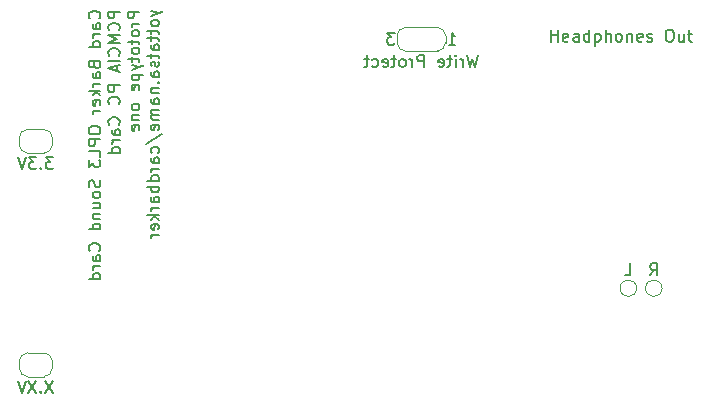
<source format=gbr>
G04 #@! TF.GenerationSoftware,KiCad,Pcbnew,(5.1.10)-1*
G04 #@! TF.CreationDate,2021-11-29T12:29:17+00:00*
G04 #@! TF.ProjectId,pc_card_sound_barker,70635f63-6172-4645-9f73-6f756e645f62,rev?*
G04 #@! TF.SameCoordinates,Original*
G04 #@! TF.FileFunction,Legend,Bot*
G04 #@! TF.FilePolarity,Positive*
%FSLAX46Y46*%
G04 Gerber Fmt 4.6, Leading zero omitted, Abs format (unit mm)*
G04 Created by KiCad (PCBNEW (5.1.10)-1) date 2021-11-29 12:29:17*
%MOMM*%
%LPD*%
G01*
G04 APERTURE LIST*
%ADD10C,0.150000*%
%ADD11C,0.120000*%
G04 APERTURE END LIST*
D10*
X111801142Y-60216023D02*
X111848761Y-60168404D01*
X111896380Y-60025547D01*
X111896380Y-59930309D01*
X111848761Y-59787452D01*
X111753523Y-59692214D01*
X111658285Y-59644595D01*
X111467809Y-59596976D01*
X111324952Y-59596976D01*
X111134476Y-59644595D01*
X111039238Y-59692214D01*
X110944000Y-59787452D01*
X110896380Y-59930309D01*
X110896380Y-60025547D01*
X110944000Y-60168404D01*
X110991619Y-60216023D01*
X111896380Y-61073166D02*
X111372571Y-61073166D01*
X111277333Y-61025547D01*
X111229714Y-60930309D01*
X111229714Y-60739833D01*
X111277333Y-60644595D01*
X111848761Y-61073166D02*
X111896380Y-60977928D01*
X111896380Y-60739833D01*
X111848761Y-60644595D01*
X111753523Y-60596976D01*
X111658285Y-60596976D01*
X111563047Y-60644595D01*
X111515428Y-60739833D01*
X111515428Y-60977928D01*
X111467809Y-61073166D01*
X111896380Y-61549357D02*
X111229714Y-61549357D01*
X111420190Y-61549357D02*
X111324952Y-61596976D01*
X111277333Y-61644595D01*
X111229714Y-61739833D01*
X111229714Y-61835071D01*
X111896380Y-62596976D02*
X110896380Y-62596976D01*
X111848761Y-62596976D02*
X111896380Y-62501738D01*
X111896380Y-62311261D01*
X111848761Y-62216023D01*
X111801142Y-62168404D01*
X111705904Y-62120785D01*
X111420190Y-62120785D01*
X111324952Y-62168404D01*
X111277333Y-62216023D01*
X111229714Y-62311261D01*
X111229714Y-62501738D01*
X111277333Y-62596976D01*
X111372571Y-64168404D02*
X111420190Y-64311261D01*
X111467809Y-64358880D01*
X111563047Y-64406499D01*
X111705904Y-64406499D01*
X111801142Y-64358880D01*
X111848761Y-64311261D01*
X111896380Y-64216023D01*
X111896380Y-63835071D01*
X110896380Y-63835071D01*
X110896380Y-64168404D01*
X110944000Y-64263642D01*
X110991619Y-64311261D01*
X111086857Y-64358880D01*
X111182095Y-64358880D01*
X111277333Y-64311261D01*
X111324952Y-64263642D01*
X111372571Y-64168404D01*
X111372571Y-63835071D01*
X111896380Y-65263642D02*
X111372571Y-65263642D01*
X111277333Y-65216023D01*
X111229714Y-65120785D01*
X111229714Y-64930309D01*
X111277333Y-64835071D01*
X111848761Y-65263642D02*
X111896380Y-65168404D01*
X111896380Y-64930309D01*
X111848761Y-64835071D01*
X111753523Y-64787452D01*
X111658285Y-64787452D01*
X111563047Y-64835071D01*
X111515428Y-64930309D01*
X111515428Y-65168404D01*
X111467809Y-65263642D01*
X111896380Y-65739833D02*
X111229714Y-65739833D01*
X111420190Y-65739833D02*
X111324952Y-65787452D01*
X111277333Y-65835071D01*
X111229714Y-65930309D01*
X111229714Y-66025547D01*
X111896380Y-66358880D02*
X110896380Y-66358880D01*
X111515428Y-66454119D02*
X111896380Y-66739833D01*
X111229714Y-66739833D02*
X111610666Y-66358880D01*
X111848761Y-67549357D02*
X111896380Y-67454119D01*
X111896380Y-67263642D01*
X111848761Y-67168404D01*
X111753523Y-67120785D01*
X111372571Y-67120785D01*
X111277333Y-67168404D01*
X111229714Y-67263642D01*
X111229714Y-67454119D01*
X111277333Y-67549357D01*
X111372571Y-67596976D01*
X111467809Y-67596976D01*
X111563047Y-67120785D01*
X111896380Y-68025547D02*
X111229714Y-68025547D01*
X111420190Y-68025547D02*
X111324952Y-68073166D01*
X111277333Y-68120785D01*
X111229714Y-68216023D01*
X111229714Y-68311261D01*
X110896380Y-69596976D02*
X110896380Y-69787452D01*
X110944000Y-69882690D01*
X111039238Y-69977928D01*
X111229714Y-70025547D01*
X111563047Y-70025547D01*
X111753523Y-69977928D01*
X111848761Y-69882690D01*
X111896380Y-69787452D01*
X111896380Y-69596976D01*
X111848761Y-69501738D01*
X111753523Y-69406499D01*
X111563047Y-69358880D01*
X111229714Y-69358880D01*
X111039238Y-69406499D01*
X110944000Y-69501738D01*
X110896380Y-69596976D01*
X111896380Y-70454119D02*
X110896380Y-70454119D01*
X110896380Y-70835071D01*
X110944000Y-70930309D01*
X110991619Y-70977928D01*
X111086857Y-71025547D01*
X111229714Y-71025547D01*
X111324952Y-70977928D01*
X111372571Y-70930309D01*
X111420190Y-70835071D01*
X111420190Y-70454119D01*
X111896380Y-71930309D02*
X111896380Y-71454119D01*
X110896380Y-71454119D01*
X110896380Y-72168404D02*
X110896380Y-72787452D01*
X111277333Y-72454119D01*
X111277333Y-72596976D01*
X111324952Y-72692214D01*
X111372571Y-72739833D01*
X111467809Y-72787452D01*
X111705904Y-72787452D01*
X111801142Y-72739833D01*
X111848761Y-72692214D01*
X111896380Y-72596976D01*
X111896380Y-72311261D01*
X111848761Y-72216023D01*
X111801142Y-72168404D01*
X111848761Y-73930309D02*
X111896380Y-74073166D01*
X111896380Y-74311261D01*
X111848761Y-74406499D01*
X111801142Y-74454119D01*
X111705904Y-74501738D01*
X111610666Y-74501738D01*
X111515428Y-74454119D01*
X111467809Y-74406499D01*
X111420190Y-74311261D01*
X111372571Y-74120785D01*
X111324952Y-74025547D01*
X111277333Y-73977928D01*
X111182095Y-73930309D01*
X111086857Y-73930309D01*
X110991619Y-73977928D01*
X110944000Y-74025547D01*
X110896380Y-74120785D01*
X110896380Y-74358880D01*
X110944000Y-74501738D01*
X111896380Y-75073166D02*
X111848761Y-74977928D01*
X111801142Y-74930309D01*
X111705904Y-74882690D01*
X111420190Y-74882690D01*
X111324952Y-74930309D01*
X111277333Y-74977928D01*
X111229714Y-75073166D01*
X111229714Y-75216023D01*
X111277333Y-75311261D01*
X111324952Y-75358880D01*
X111420190Y-75406499D01*
X111705904Y-75406499D01*
X111801142Y-75358880D01*
X111848761Y-75311261D01*
X111896380Y-75216023D01*
X111896380Y-75073166D01*
X111229714Y-76263642D02*
X111896380Y-76263642D01*
X111229714Y-75835071D02*
X111753523Y-75835071D01*
X111848761Y-75882690D01*
X111896380Y-75977928D01*
X111896380Y-76120785D01*
X111848761Y-76216023D01*
X111801142Y-76263642D01*
X111229714Y-76739833D02*
X111896380Y-76739833D01*
X111324952Y-76739833D02*
X111277333Y-76787452D01*
X111229714Y-76882690D01*
X111229714Y-77025547D01*
X111277333Y-77120785D01*
X111372571Y-77168404D01*
X111896380Y-77168404D01*
X111896380Y-78073166D02*
X110896380Y-78073166D01*
X111848761Y-78073166D02*
X111896380Y-77977928D01*
X111896380Y-77787452D01*
X111848761Y-77692214D01*
X111801142Y-77644595D01*
X111705904Y-77596976D01*
X111420190Y-77596976D01*
X111324952Y-77644595D01*
X111277333Y-77692214D01*
X111229714Y-77787452D01*
X111229714Y-77977928D01*
X111277333Y-78073166D01*
X111801142Y-79882690D02*
X111848761Y-79835071D01*
X111896380Y-79692214D01*
X111896380Y-79596976D01*
X111848761Y-79454119D01*
X111753523Y-79358880D01*
X111658285Y-79311261D01*
X111467809Y-79263642D01*
X111324952Y-79263642D01*
X111134476Y-79311261D01*
X111039238Y-79358880D01*
X110944000Y-79454119D01*
X110896380Y-79596976D01*
X110896380Y-79692214D01*
X110944000Y-79835071D01*
X110991619Y-79882690D01*
X111896380Y-80739833D02*
X111372571Y-80739833D01*
X111277333Y-80692214D01*
X111229714Y-80596976D01*
X111229714Y-80406499D01*
X111277333Y-80311261D01*
X111848761Y-80739833D02*
X111896380Y-80644595D01*
X111896380Y-80406499D01*
X111848761Y-80311261D01*
X111753523Y-80263642D01*
X111658285Y-80263642D01*
X111563047Y-80311261D01*
X111515428Y-80406499D01*
X111515428Y-80644595D01*
X111467809Y-80739833D01*
X111896380Y-81216023D02*
X111229714Y-81216023D01*
X111420190Y-81216023D02*
X111324952Y-81263642D01*
X111277333Y-81311261D01*
X111229714Y-81406499D01*
X111229714Y-81501738D01*
X111896380Y-82263642D02*
X110896380Y-82263642D01*
X111848761Y-82263642D02*
X111896380Y-82168404D01*
X111896380Y-81977928D01*
X111848761Y-81882690D01*
X111801142Y-81835071D01*
X111705904Y-81787452D01*
X111420190Y-81787452D01*
X111324952Y-81835071D01*
X111277333Y-81882690D01*
X111229714Y-81977928D01*
X111229714Y-82168404D01*
X111277333Y-82263642D01*
X113546380Y-59644595D02*
X112546380Y-59644595D01*
X112546380Y-60025547D01*
X112594000Y-60120785D01*
X112641619Y-60168404D01*
X112736857Y-60216023D01*
X112879714Y-60216023D01*
X112974952Y-60168404D01*
X113022571Y-60120785D01*
X113070190Y-60025547D01*
X113070190Y-59644595D01*
X113451142Y-61216023D02*
X113498761Y-61168404D01*
X113546380Y-61025547D01*
X113546380Y-60930309D01*
X113498761Y-60787452D01*
X113403523Y-60692214D01*
X113308285Y-60644595D01*
X113117809Y-60596976D01*
X112974952Y-60596976D01*
X112784476Y-60644595D01*
X112689238Y-60692214D01*
X112594000Y-60787452D01*
X112546380Y-60930309D01*
X112546380Y-61025547D01*
X112594000Y-61168404D01*
X112641619Y-61216023D01*
X113546380Y-61644595D02*
X112546380Y-61644595D01*
X113260666Y-61977928D01*
X112546380Y-62311261D01*
X113546380Y-62311261D01*
X113451142Y-63358880D02*
X113498761Y-63311261D01*
X113546380Y-63168404D01*
X113546380Y-63073166D01*
X113498761Y-62930309D01*
X113403523Y-62835071D01*
X113308285Y-62787452D01*
X113117809Y-62739833D01*
X112974952Y-62739833D01*
X112784476Y-62787452D01*
X112689238Y-62835071D01*
X112594000Y-62930309D01*
X112546380Y-63073166D01*
X112546380Y-63168404D01*
X112594000Y-63311261D01*
X112641619Y-63358880D01*
X113546380Y-63787452D02*
X112546380Y-63787452D01*
X113260666Y-64216023D02*
X113260666Y-64692214D01*
X113546380Y-64120785D02*
X112546380Y-64454119D01*
X113546380Y-64787452D01*
X113546380Y-65882690D02*
X112546380Y-65882690D01*
X112546380Y-66263642D01*
X112594000Y-66358880D01*
X112641619Y-66406500D01*
X112736857Y-66454119D01*
X112879714Y-66454119D01*
X112974952Y-66406500D01*
X113022571Y-66358880D01*
X113070190Y-66263642D01*
X113070190Y-65882690D01*
X113451142Y-67454119D02*
X113498761Y-67406500D01*
X113546380Y-67263642D01*
X113546380Y-67168404D01*
X113498761Y-67025547D01*
X113403523Y-66930309D01*
X113308285Y-66882690D01*
X113117809Y-66835071D01*
X112974952Y-66835071D01*
X112784476Y-66882690D01*
X112689238Y-66930309D01*
X112594000Y-67025547D01*
X112546380Y-67168404D01*
X112546380Y-67263642D01*
X112594000Y-67406500D01*
X112641619Y-67454119D01*
X113451142Y-69216023D02*
X113498761Y-69168404D01*
X113546380Y-69025547D01*
X113546380Y-68930309D01*
X113498761Y-68787452D01*
X113403523Y-68692214D01*
X113308285Y-68644595D01*
X113117809Y-68596976D01*
X112974952Y-68596976D01*
X112784476Y-68644595D01*
X112689238Y-68692214D01*
X112594000Y-68787452D01*
X112546380Y-68930309D01*
X112546380Y-69025547D01*
X112594000Y-69168404D01*
X112641619Y-69216023D01*
X113546380Y-70073166D02*
X113022571Y-70073166D01*
X112927333Y-70025547D01*
X112879714Y-69930309D01*
X112879714Y-69739833D01*
X112927333Y-69644595D01*
X113498761Y-70073166D02*
X113546380Y-69977928D01*
X113546380Y-69739833D01*
X113498761Y-69644595D01*
X113403523Y-69596976D01*
X113308285Y-69596976D01*
X113213047Y-69644595D01*
X113165428Y-69739833D01*
X113165428Y-69977928D01*
X113117809Y-70073166D01*
X113546380Y-70549357D02*
X112879714Y-70549357D01*
X113070190Y-70549357D02*
X112974952Y-70596976D01*
X112927333Y-70644595D01*
X112879714Y-70739833D01*
X112879714Y-70835071D01*
X113546380Y-71596976D02*
X112546380Y-71596976D01*
X113498761Y-71596976D02*
X113546380Y-71501738D01*
X113546380Y-71311261D01*
X113498761Y-71216023D01*
X113451142Y-71168404D01*
X113355904Y-71120785D01*
X113070190Y-71120785D01*
X112974952Y-71168404D01*
X112927333Y-71216023D01*
X112879714Y-71311261D01*
X112879714Y-71501738D01*
X112927333Y-71596976D01*
X115196380Y-59644595D02*
X114196380Y-59644595D01*
X114196380Y-60025547D01*
X114244000Y-60120785D01*
X114291619Y-60168404D01*
X114386857Y-60216023D01*
X114529714Y-60216023D01*
X114624952Y-60168404D01*
X114672571Y-60120785D01*
X114720190Y-60025547D01*
X114720190Y-59644595D01*
X115196380Y-60644595D02*
X114529714Y-60644595D01*
X114720190Y-60644595D02*
X114624952Y-60692214D01*
X114577333Y-60739833D01*
X114529714Y-60835071D01*
X114529714Y-60930309D01*
X115196380Y-61406500D02*
X115148761Y-61311261D01*
X115101142Y-61263642D01*
X115005904Y-61216023D01*
X114720190Y-61216023D01*
X114624952Y-61263642D01*
X114577333Y-61311261D01*
X114529714Y-61406500D01*
X114529714Y-61549357D01*
X114577333Y-61644595D01*
X114624952Y-61692214D01*
X114720190Y-61739833D01*
X115005904Y-61739833D01*
X115101142Y-61692214D01*
X115148761Y-61644595D01*
X115196380Y-61549357D01*
X115196380Y-61406500D01*
X114529714Y-62025547D02*
X114529714Y-62406500D01*
X114196380Y-62168404D02*
X115053523Y-62168404D01*
X115148761Y-62216023D01*
X115196380Y-62311261D01*
X115196380Y-62406500D01*
X115196380Y-62882690D02*
X115148761Y-62787452D01*
X115101142Y-62739833D01*
X115005904Y-62692214D01*
X114720190Y-62692214D01*
X114624952Y-62739833D01*
X114577333Y-62787452D01*
X114529714Y-62882690D01*
X114529714Y-63025547D01*
X114577333Y-63120785D01*
X114624952Y-63168404D01*
X114720190Y-63216023D01*
X115005904Y-63216023D01*
X115101142Y-63168404D01*
X115148761Y-63120785D01*
X115196380Y-63025547D01*
X115196380Y-62882690D01*
X114529714Y-63501738D02*
X114529714Y-63882690D01*
X114196380Y-63644595D02*
X115053523Y-63644595D01*
X115148761Y-63692214D01*
X115196380Y-63787452D01*
X115196380Y-63882690D01*
X114529714Y-64120785D02*
X115196380Y-64358880D01*
X114529714Y-64596976D02*
X115196380Y-64358880D01*
X115434476Y-64263642D01*
X115482095Y-64216023D01*
X115529714Y-64120785D01*
X114529714Y-64977928D02*
X115529714Y-64977928D01*
X114577333Y-64977928D02*
X114529714Y-65073166D01*
X114529714Y-65263642D01*
X114577333Y-65358880D01*
X114624952Y-65406500D01*
X114720190Y-65454119D01*
X115005904Y-65454119D01*
X115101142Y-65406500D01*
X115148761Y-65358880D01*
X115196380Y-65263642D01*
X115196380Y-65073166D01*
X115148761Y-64977928D01*
X115148761Y-66263642D02*
X115196380Y-66168404D01*
X115196380Y-65977928D01*
X115148761Y-65882690D01*
X115053523Y-65835071D01*
X114672571Y-65835071D01*
X114577333Y-65882690D01*
X114529714Y-65977928D01*
X114529714Y-66168404D01*
X114577333Y-66263642D01*
X114672571Y-66311261D01*
X114767809Y-66311261D01*
X114863047Y-65835071D01*
X115196380Y-67644595D02*
X115148761Y-67549357D01*
X115101142Y-67501738D01*
X115005904Y-67454119D01*
X114720190Y-67454119D01*
X114624952Y-67501738D01*
X114577333Y-67549357D01*
X114529714Y-67644595D01*
X114529714Y-67787452D01*
X114577333Y-67882690D01*
X114624952Y-67930309D01*
X114720190Y-67977928D01*
X115005904Y-67977928D01*
X115101142Y-67930309D01*
X115148761Y-67882690D01*
X115196380Y-67787452D01*
X115196380Y-67644595D01*
X114529714Y-68406500D02*
X115196380Y-68406500D01*
X114624952Y-68406500D02*
X114577333Y-68454119D01*
X114529714Y-68549357D01*
X114529714Y-68692214D01*
X114577333Y-68787452D01*
X114672571Y-68835071D01*
X115196380Y-68835071D01*
X115148761Y-69692214D02*
X115196380Y-69596976D01*
X115196380Y-69406500D01*
X115148761Y-69311261D01*
X115053523Y-69263642D01*
X114672571Y-69263642D01*
X114577333Y-69311261D01*
X114529714Y-69406500D01*
X114529714Y-69596976D01*
X114577333Y-69692214D01*
X114672571Y-69739833D01*
X114767809Y-69739833D01*
X114863047Y-69263642D01*
X116179714Y-59549357D02*
X116846380Y-59787452D01*
X116179714Y-60025547D02*
X116846380Y-59787452D01*
X117084476Y-59692214D01*
X117132095Y-59644595D01*
X117179714Y-59549357D01*
X116846380Y-60549357D02*
X116798761Y-60454119D01*
X116751142Y-60406500D01*
X116655904Y-60358880D01*
X116370190Y-60358880D01*
X116274952Y-60406500D01*
X116227333Y-60454119D01*
X116179714Y-60549357D01*
X116179714Y-60692214D01*
X116227333Y-60787452D01*
X116274952Y-60835071D01*
X116370190Y-60882690D01*
X116655904Y-60882690D01*
X116751142Y-60835071D01*
X116798761Y-60787452D01*
X116846380Y-60692214D01*
X116846380Y-60549357D01*
X116179714Y-61168404D02*
X116179714Y-61549357D01*
X115846380Y-61311261D02*
X116703523Y-61311261D01*
X116798761Y-61358880D01*
X116846380Y-61454119D01*
X116846380Y-61549357D01*
X116179714Y-61739833D02*
X116179714Y-62120785D01*
X115846380Y-61882690D02*
X116703523Y-61882690D01*
X116798761Y-61930309D01*
X116846380Y-62025547D01*
X116846380Y-62120785D01*
X116846380Y-62882690D02*
X116322571Y-62882690D01*
X116227333Y-62835071D01*
X116179714Y-62739833D01*
X116179714Y-62549357D01*
X116227333Y-62454119D01*
X116798761Y-62882690D02*
X116846380Y-62787452D01*
X116846380Y-62549357D01*
X116798761Y-62454119D01*
X116703523Y-62406499D01*
X116608285Y-62406499D01*
X116513047Y-62454119D01*
X116465428Y-62549357D01*
X116465428Y-62787452D01*
X116417809Y-62882690D01*
X116179714Y-63216023D02*
X116179714Y-63596976D01*
X115846380Y-63358880D02*
X116703523Y-63358880D01*
X116798761Y-63406499D01*
X116846380Y-63501738D01*
X116846380Y-63596976D01*
X116798761Y-63882690D02*
X116846380Y-63977928D01*
X116846380Y-64168404D01*
X116798761Y-64263642D01*
X116703523Y-64311261D01*
X116655904Y-64311261D01*
X116560666Y-64263642D01*
X116513047Y-64168404D01*
X116513047Y-64025547D01*
X116465428Y-63930309D01*
X116370190Y-63882690D01*
X116322571Y-63882690D01*
X116227333Y-63930309D01*
X116179714Y-64025547D01*
X116179714Y-64168404D01*
X116227333Y-64263642D01*
X116846380Y-65168404D02*
X116322571Y-65168404D01*
X116227333Y-65120785D01*
X116179714Y-65025547D01*
X116179714Y-64835071D01*
X116227333Y-64739833D01*
X116798761Y-65168404D02*
X116846380Y-65073166D01*
X116846380Y-64835071D01*
X116798761Y-64739833D01*
X116703523Y-64692214D01*
X116608285Y-64692214D01*
X116513047Y-64739833D01*
X116465428Y-64835071D01*
X116465428Y-65073166D01*
X116417809Y-65168404D01*
X116751142Y-65644595D02*
X116798761Y-65692214D01*
X116846380Y-65644595D01*
X116798761Y-65596976D01*
X116751142Y-65644595D01*
X116846380Y-65644595D01*
X116179714Y-66120785D02*
X116846380Y-66120785D01*
X116274952Y-66120785D02*
X116227333Y-66168404D01*
X116179714Y-66263642D01*
X116179714Y-66406499D01*
X116227333Y-66501738D01*
X116322571Y-66549357D01*
X116846380Y-66549357D01*
X116846380Y-67454119D02*
X116322571Y-67454119D01*
X116227333Y-67406499D01*
X116179714Y-67311261D01*
X116179714Y-67120785D01*
X116227333Y-67025547D01*
X116798761Y-67454119D02*
X116846380Y-67358880D01*
X116846380Y-67120785D01*
X116798761Y-67025547D01*
X116703523Y-66977928D01*
X116608285Y-66977928D01*
X116513047Y-67025547D01*
X116465428Y-67120785D01*
X116465428Y-67358880D01*
X116417809Y-67454119D01*
X116846380Y-67930309D02*
X116179714Y-67930309D01*
X116274952Y-67930309D02*
X116227333Y-67977928D01*
X116179714Y-68073166D01*
X116179714Y-68216023D01*
X116227333Y-68311261D01*
X116322571Y-68358880D01*
X116846380Y-68358880D01*
X116322571Y-68358880D02*
X116227333Y-68406499D01*
X116179714Y-68501738D01*
X116179714Y-68644595D01*
X116227333Y-68739833D01*
X116322571Y-68787452D01*
X116846380Y-68787452D01*
X116798761Y-69644595D02*
X116846380Y-69549357D01*
X116846380Y-69358880D01*
X116798761Y-69263642D01*
X116703523Y-69216023D01*
X116322571Y-69216023D01*
X116227333Y-69263642D01*
X116179714Y-69358880D01*
X116179714Y-69549357D01*
X116227333Y-69644595D01*
X116322571Y-69692214D01*
X116417809Y-69692214D01*
X116513047Y-69216023D01*
X115798761Y-70835071D02*
X117084476Y-69977928D01*
X116798761Y-71596976D02*
X116846380Y-71501738D01*
X116846380Y-71311261D01*
X116798761Y-71216023D01*
X116751142Y-71168404D01*
X116655904Y-71120785D01*
X116370190Y-71120785D01*
X116274952Y-71168404D01*
X116227333Y-71216023D01*
X116179714Y-71311261D01*
X116179714Y-71501738D01*
X116227333Y-71596976D01*
X116846380Y-72454119D02*
X116322571Y-72454119D01*
X116227333Y-72406499D01*
X116179714Y-72311261D01*
X116179714Y-72120785D01*
X116227333Y-72025547D01*
X116798761Y-72454119D02*
X116846380Y-72358880D01*
X116846380Y-72120785D01*
X116798761Y-72025547D01*
X116703523Y-71977928D01*
X116608285Y-71977928D01*
X116513047Y-72025547D01*
X116465428Y-72120785D01*
X116465428Y-72358880D01*
X116417809Y-72454119D01*
X116846380Y-72930309D02*
X116179714Y-72930309D01*
X116370190Y-72930309D02*
X116274952Y-72977928D01*
X116227333Y-73025547D01*
X116179714Y-73120785D01*
X116179714Y-73216023D01*
X116846380Y-73977928D02*
X115846380Y-73977928D01*
X116798761Y-73977928D02*
X116846380Y-73882690D01*
X116846380Y-73692214D01*
X116798761Y-73596976D01*
X116751142Y-73549357D01*
X116655904Y-73501738D01*
X116370190Y-73501738D01*
X116274952Y-73549357D01*
X116227333Y-73596976D01*
X116179714Y-73692214D01*
X116179714Y-73882690D01*
X116227333Y-73977928D01*
X116846380Y-74454119D02*
X115846380Y-74454119D01*
X116227333Y-74454119D02*
X116179714Y-74549357D01*
X116179714Y-74739833D01*
X116227333Y-74835071D01*
X116274952Y-74882690D01*
X116370190Y-74930309D01*
X116655904Y-74930309D01*
X116751142Y-74882690D01*
X116798761Y-74835071D01*
X116846380Y-74739833D01*
X116846380Y-74549357D01*
X116798761Y-74454119D01*
X116846380Y-75787452D02*
X116322571Y-75787452D01*
X116227333Y-75739833D01*
X116179714Y-75644595D01*
X116179714Y-75454119D01*
X116227333Y-75358880D01*
X116798761Y-75787452D02*
X116846380Y-75692214D01*
X116846380Y-75454119D01*
X116798761Y-75358880D01*
X116703523Y-75311261D01*
X116608285Y-75311261D01*
X116513047Y-75358880D01*
X116465428Y-75454119D01*
X116465428Y-75692214D01*
X116417809Y-75787452D01*
X116846380Y-76263642D02*
X116179714Y-76263642D01*
X116370190Y-76263642D02*
X116274952Y-76311261D01*
X116227333Y-76358880D01*
X116179714Y-76454119D01*
X116179714Y-76549357D01*
X116846380Y-76882690D02*
X115846380Y-76882690D01*
X116465428Y-76977928D02*
X116846380Y-77263642D01*
X116179714Y-77263642D02*
X116560666Y-76882690D01*
X116798761Y-78073166D02*
X116846380Y-77977928D01*
X116846380Y-77787452D01*
X116798761Y-77692214D01*
X116703523Y-77644595D01*
X116322571Y-77644595D01*
X116227333Y-77692214D01*
X116179714Y-77787452D01*
X116179714Y-77977928D01*
X116227333Y-78073166D01*
X116322571Y-78120785D01*
X116417809Y-78120785D01*
X116513047Y-77644595D01*
X116846380Y-78549357D02*
X116179714Y-78549357D01*
X116370190Y-78549357D02*
X116274952Y-78596976D01*
X116227333Y-78644595D01*
X116179714Y-78739833D01*
X116179714Y-78835071D01*
D11*
G04 #@! TO.C,JP3*
X141115000Y-62276000D02*
X141115000Y-61676000D01*
X137665000Y-62976000D02*
X140465000Y-62976000D01*
X137015000Y-61676000D02*
X137015000Y-62276000D01*
X140465000Y-60976000D02*
X137665000Y-60976000D01*
X141115000Y-61676000D02*
G75*
G03*
X140415000Y-60976000I-700000J0D01*
G01*
X140415000Y-62976000D02*
G75*
G03*
X141115000Y-62276000I0J700000D01*
G01*
X137015000Y-62276000D02*
G75*
G03*
X137715000Y-62976000I700000J0D01*
G01*
X137715000Y-60976000D02*
G75*
G03*
X137015000Y-61676000I0J-700000D01*
G01*
G04 #@! TO.C,JP1*
X107826000Y-70912000D02*
X107826000Y-70312000D01*
X105726000Y-71612000D02*
X107126000Y-71612000D01*
X105026000Y-70312000D02*
X105026000Y-70912000D01*
X107126000Y-69612000D02*
X105726000Y-69612000D01*
X107826000Y-70312000D02*
G75*
G03*
X107126000Y-69612000I-700000J0D01*
G01*
X107126000Y-71612000D02*
G75*
G03*
X107826000Y-70912000I0J700000D01*
G01*
X105026000Y-70912000D02*
G75*
G03*
X105726000Y-71612000I700000J0D01*
G01*
X105726000Y-69612000D02*
G75*
G03*
X105026000Y-70312000I0J-700000D01*
G01*
G04 #@! TO.C,TP2*
X157291000Y-83058000D02*
G75*
G03*
X157291000Y-83058000I-700000J0D01*
G01*
G04 #@! TO.C,TP1*
X159450000Y-83058000D02*
G75*
G03*
X159450000Y-83058000I-700000J0D01*
G01*
G04 #@! TO.C,JP2*
X107826000Y-89835000D02*
X107826000Y-89235000D01*
X105726000Y-90535000D02*
X107126000Y-90535000D01*
X105026000Y-89235000D02*
X105026000Y-89835000D01*
X107126000Y-88535000D02*
X105726000Y-88535000D01*
X107826000Y-89235000D02*
G75*
G03*
X107126000Y-88535000I-700000J0D01*
G01*
X107126000Y-90535000D02*
G75*
G03*
X107826000Y-89835000I0J700000D01*
G01*
X105026000Y-89835000D02*
G75*
G03*
X105726000Y-90535000I700000J0D01*
G01*
X105726000Y-88535000D02*
G75*
G03*
X105026000Y-89235000I0J-700000D01*
G01*
G04 #@! TO.C,JP3*
D10*
X143826904Y-63328380D02*
X143588809Y-64328380D01*
X143398333Y-63614095D01*
X143207857Y-64328380D01*
X142969761Y-63328380D01*
X142588809Y-64328380D02*
X142588809Y-63661714D01*
X142588809Y-63852190D02*
X142541190Y-63756952D01*
X142493571Y-63709333D01*
X142398333Y-63661714D01*
X142303095Y-63661714D01*
X141969761Y-64328380D02*
X141969761Y-63661714D01*
X141969761Y-63328380D02*
X142017380Y-63376000D01*
X141969761Y-63423619D01*
X141922142Y-63376000D01*
X141969761Y-63328380D01*
X141969761Y-63423619D01*
X141636428Y-63661714D02*
X141255476Y-63661714D01*
X141493571Y-63328380D02*
X141493571Y-64185523D01*
X141445952Y-64280761D01*
X141350714Y-64328380D01*
X141255476Y-64328380D01*
X140541190Y-64280761D02*
X140636428Y-64328380D01*
X140826904Y-64328380D01*
X140922142Y-64280761D01*
X140969761Y-64185523D01*
X140969761Y-63804571D01*
X140922142Y-63709333D01*
X140826904Y-63661714D01*
X140636428Y-63661714D01*
X140541190Y-63709333D01*
X140493571Y-63804571D01*
X140493571Y-63899809D01*
X140969761Y-63995047D01*
X139303095Y-64328380D02*
X139303095Y-63328380D01*
X138922142Y-63328380D01*
X138826904Y-63376000D01*
X138779285Y-63423619D01*
X138731666Y-63518857D01*
X138731666Y-63661714D01*
X138779285Y-63756952D01*
X138826904Y-63804571D01*
X138922142Y-63852190D01*
X139303095Y-63852190D01*
X138303095Y-64328380D02*
X138303095Y-63661714D01*
X138303095Y-63852190D02*
X138255476Y-63756952D01*
X138207857Y-63709333D01*
X138112619Y-63661714D01*
X138017380Y-63661714D01*
X137541190Y-64328380D02*
X137636428Y-64280761D01*
X137684047Y-64233142D01*
X137731666Y-64137904D01*
X137731666Y-63852190D01*
X137684047Y-63756952D01*
X137636428Y-63709333D01*
X137541190Y-63661714D01*
X137398333Y-63661714D01*
X137303095Y-63709333D01*
X137255476Y-63756952D01*
X137207857Y-63852190D01*
X137207857Y-64137904D01*
X137255476Y-64233142D01*
X137303095Y-64280761D01*
X137398333Y-64328380D01*
X137541190Y-64328380D01*
X136922142Y-63661714D02*
X136541190Y-63661714D01*
X136779285Y-63328380D02*
X136779285Y-64185523D01*
X136731666Y-64280761D01*
X136636428Y-64328380D01*
X136541190Y-64328380D01*
X135826904Y-64280761D02*
X135922142Y-64328380D01*
X136112619Y-64328380D01*
X136207857Y-64280761D01*
X136255476Y-64185523D01*
X136255476Y-63804571D01*
X136207857Y-63709333D01*
X136112619Y-63661714D01*
X135922142Y-63661714D01*
X135826904Y-63709333D01*
X135779285Y-63804571D01*
X135779285Y-63899809D01*
X136255476Y-63995047D01*
X134922142Y-64280761D02*
X135017380Y-64328380D01*
X135207857Y-64328380D01*
X135303095Y-64280761D01*
X135350714Y-64233142D01*
X135398333Y-64137904D01*
X135398333Y-63852190D01*
X135350714Y-63756952D01*
X135303095Y-63709333D01*
X135207857Y-63661714D01*
X135017380Y-63661714D01*
X134922142Y-63709333D01*
X134636428Y-63661714D02*
X134255476Y-63661714D01*
X134493571Y-63328380D02*
X134493571Y-64185523D01*
X134445952Y-64280761D01*
X134350714Y-64328380D01*
X134255476Y-64328380D01*
X141379285Y-62428380D02*
X141950714Y-62428380D01*
X141665000Y-62428380D02*
X141665000Y-61428380D01*
X141760238Y-61571238D01*
X141855476Y-61666476D01*
X141950714Y-61714095D01*
X136798333Y-61428380D02*
X136179285Y-61428380D01*
X136512619Y-61809333D01*
X136369761Y-61809333D01*
X136274523Y-61856952D01*
X136226904Y-61904571D01*
X136179285Y-61999809D01*
X136179285Y-62237904D01*
X136226904Y-62333142D01*
X136274523Y-62380761D01*
X136369761Y-62428380D01*
X136655476Y-62428380D01*
X136750714Y-62380761D01*
X136798333Y-62333142D01*
G04 #@! TO.C,JP1*
X107902190Y-71964380D02*
X107283142Y-71964380D01*
X107616476Y-72345333D01*
X107473619Y-72345333D01*
X107378380Y-72392952D01*
X107330761Y-72440571D01*
X107283142Y-72535809D01*
X107283142Y-72773904D01*
X107330761Y-72869142D01*
X107378380Y-72916761D01*
X107473619Y-72964380D01*
X107759333Y-72964380D01*
X107854571Y-72916761D01*
X107902190Y-72869142D01*
X106854571Y-72869142D02*
X106806952Y-72916761D01*
X106854571Y-72964380D01*
X106902190Y-72916761D01*
X106854571Y-72869142D01*
X106854571Y-72964380D01*
X106473619Y-71964380D02*
X105854571Y-71964380D01*
X106187904Y-72345333D01*
X106045047Y-72345333D01*
X105949809Y-72392952D01*
X105902190Y-72440571D01*
X105854571Y-72535809D01*
X105854571Y-72773904D01*
X105902190Y-72869142D01*
X105949809Y-72916761D01*
X106045047Y-72964380D01*
X106330761Y-72964380D01*
X106426000Y-72916761D01*
X106473619Y-72869142D01*
X105568857Y-71964380D02*
X105235523Y-72964380D01*
X104902190Y-71964380D01*
G04 #@! TO.C,TP2*
X156281476Y-81960380D02*
X156757666Y-81960380D01*
X156757666Y-80960380D01*
G04 #@! TO.C,TP1*
X158440476Y-81960380D02*
X158773809Y-81484190D01*
X159011904Y-81960380D02*
X159011904Y-80960380D01*
X158630952Y-80960380D01*
X158535714Y-81008000D01*
X158488095Y-81055619D01*
X158440476Y-81150857D01*
X158440476Y-81293714D01*
X158488095Y-81388952D01*
X158535714Y-81436571D01*
X158630952Y-81484190D01*
X159011904Y-81484190D01*
G04 #@! TO.C,J2*
X150051238Y-62174380D02*
X150051238Y-61174380D01*
X150051238Y-61650571D02*
X150622666Y-61650571D01*
X150622666Y-62174380D02*
X150622666Y-61174380D01*
X151479809Y-62126761D02*
X151384571Y-62174380D01*
X151194095Y-62174380D01*
X151098857Y-62126761D01*
X151051238Y-62031523D01*
X151051238Y-61650571D01*
X151098857Y-61555333D01*
X151194095Y-61507714D01*
X151384571Y-61507714D01*
X151479809Y-61555333D01*
X151527428Y-61650571D01*
X151527428Y-61745809D01*
X151051238Y-61841047D01*
X152384571Y-62174380D02*
X152384571Y-61650571D01*
X152336952Y-61555333D01*
X152241714Y-61507714D01*
X152051238Y-61507714D01*
X151956000Y-61555333D01*
X152384571Y-62126761D02*
X152289333Y-62174380D01*
X152051238Y-62174380D01*
X151956000Y-62126761D01*
X151908380Y-62031523D01*
X151908380Y-61936285D01*
X151956000Y-61841047D01*
X152051238Y-61793428D01*
X152289333Y-61793428D01*
X152384571Y-61745809D01*
X153289333Y-62174380D02*
X153289333Y-61174380D01*
X153289333Y-62126761D02*
X153194095Y-62174380D01*
X153003619Y-62174380D01*
X152908380Y-62126761D01*
X152860761Y-62079142D01*
X152813142Y-61983904D01*
X152813142Y-61698190D01*
X152860761Y-61602952D01*
X152908380Y-61555333D01*
X153003619Y-61507714D01*
X153194095Y-61507714D01*
X153289333Y-61555333D01*
X153765523Y-61507714D02*
X153765523Y-62507714D01*
X153765523Y-61555333D02*
X153860761Y-61507714D01*
X154051238Y-61507714D01*
X154146476Y-61555333D01*
X154194095Y-61602952D01*
X154241714Y-61698190D01*
X154241714Y-61983904D01*
X154194095Y-62079142D01*
X154146476Y-62126761D01*
X154051238Y-62174380D01*
X153860761Y-62174380D01*
X153765523Y-62126761D01*
X154670285Y-62174380D02*
X154670285Y-61174380D01*
X155098857Y-62174380D02*
X155098857Y-61650571D01*
X155051238Y-61555333D01*
X154956000Y-61507714D01*
X154813142Y-61507714D01*
X154717904Y-61555333D01*
X154670285Y-61602952D01*
X155717904Y-62174380D02*
X155622666Y-62126761D01*
X155575047Y-62079142D01*
X155527428Y-61983904D01*
X155527428Y-61698190D01*
X155575047Y-61602952D01*
X155622666Y-61555333D01*
X155717904Y-61507714D01*
X155860761Y-61507714D01*
X155956000Y-61555333D01*
X156003619Y-61602952D01*
X156051238Y-61698190D01*
X156051238Y-61983904D01*
X156003619Y-62079142D01*
X155956000Y-62126761D01*
X155860761Y-62174380D01*
X155717904Y-62174380D01*
X156479809Y-61507714D02*
X156479809Y-62174380D01*
X156479809Y-61602952D02*
X156527428Y-61555333D01*
X156622666Y-61507714D01*
X156765523Y-61507714D01*
X156860761Y-61555333D01*
X156908380Y-61650571D01*
X156908380Y-62174380D01*
X157765523Y-62126761D02*
X157670285Y-62174380D01*
X157479809Y-62174380D01*
X157384571Y-62126761D01*
X157336952Y-62031523D01*
X157336952Y-61650571D01*
X157384571Y-61555333D01*
X157479809Y-61507714D01*
X157670285Y-61507714D01*
X157765523Y-61555333D01*
X157813142Y-61650571D01*
X157813142Y-61745809D01*
X157336952Y-61841047D01*
X158194095Y-62126761D02*
X158289333Y-62174380D01*
X158479809Y-62174380D01*
X158575047Y-62126761D01*
X158622666Y-62031523D01*
X158622666Y-61983904D01*
X158575047Y-61888666D01*
X158479809Y-61841047D01*
X158336952Y-61841047D01*
X158241714Y-61793428D01*
X158194095Y-61698190D01*
X158194095Y-61650571D01*
X158241714Y-61555333D01*
X158336952Y-61507714D01*
X158479809Y-61507714D01*
X158575047Y-61555333D01*
X160003619Y-61174380D02*
X160194095Y-61174380D01*
X160289333Y-61222000D01*
X160384571Y-61317238D01*
X160432190Y-61507714D01*
X160432190Y-61841047D01*
X160384571Y-62031523D01*
X160289333Y-62126761D01*
X160194095Y-62174380D01*
X160003619Y-62174380D01*
X159908380Y-62126761D01*
X159813142Y-62031523D01*
X159765523Y-61841047D01*
X159765523Y-61507714D01*
X159813142Y-61317238D01*
X159908380Y-61222000D01*
X160003619Y-61174380D01*
X161289333Y-61507714D02*
X161289333Y-62174380D01*
X160860761Y-61507714D02*
X160860761Y-62031523D01*
X160908380Y-62126761D01*
X161003619Y-62174380D01*
X161146476Y-62174380D01*
X161241714Y-62126761D01*
X161289333Y-62079142D01*
X161622666Y-61507714D02*
X162003619Y-61507714D01*
X161765523Y-61174380D02*
X161765523Y-62031523D01*
X161813142Y-62126761D01*
X161908380Y-62174380D01*
X162003619Y-62174380D01*
G04 #@! TO.C,JP2*
X107902190Y-90887380D02*
X107235523Y-91887380D01*
X107235523Y-90887380D02*
X107902190Y-91887380D01*
X106854571Y-91792142D02*
X106806952Y-91839761D01*
X106854571Y-91887380D01*
X106902190Y-91839761D01*
X106854571Y-91792142D01*
X106854571Y-91887380D01*
X106473619Y-90887380D02*
X105806952Y-91887380D01*
X105806952Y-90887380D02*
X106473619Y-91887380D01*
X105568857Y-90887380D02*
X105235523Y-91887380D01*
X104902190Y-90887380D01*
G04 #@! TD*
M02*

</source>
